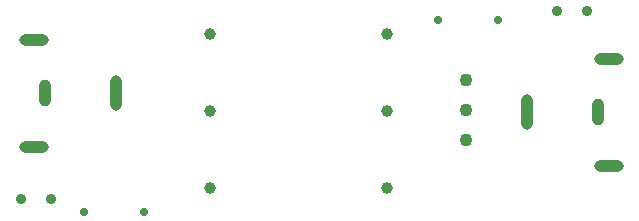
<source format=gbr>
%TF.GenerationSoftware,KiCad,Pcbnew,(7.0.0)*%
%TF.CreationDate,2024-12-23T20:55:29+00:00*%
%TF.ProjectId,5v Voltage Regulator,35762056-6f6c-4746-9167-652052656775,rev?*%
%TF.SameCoordinates,Original*%
%TF.FileFunction,Plated,1,2,PTH,Mixed*%
%TF.FilePolarity,Positive*%
%FSLAX46Y46*%
G04 Gerber Fmt 4.6, Leading zero omitted, Abs format (unit mm)*
G04 Created by KiCad (PCBNEW (7.0.0)) date 2024-12-23 20:55:29*
%MOMM*%
%LPD*%
G01*
G04 APERTURE LIST*
%TA.AperFunction,ComponentDrill*%
%ADD10C,0.700000*%
%TD*%
%TA.AperFunction,ComponentDrill*%
%ADD11C,0.900000*%
%TD*%
G04 aperture for slot hole*
%TA.AperFunction,ComponentDrill*%
%ADD12O,2.500000X1.000000*%
%TD*%
G04 aperture for slot hole*
%TA.AperFunction,ComponentDrill*%
%ADD13O,1.000000X2.300000*%
%TD*%
G04 aperture for slot hole*
%TA.AperFunction,ComponentDrill*%
%ADD14O,1.000000X3.000000*%
%TD*%
%TA.AperFunction,ComponentDrill*%
%ADD15C,1.000000*%
%TD*%
%TA.AperFunction,ComponentDrill*%
%ADD16C,1.100000*%
%TD*%
G04 APERTURE END LIST*
D10*
%TO.C,R1*%
X180160000Y-114600000D03*
X185240000Y-114600000D03*
%TO.C,R2*%
X210110000Y-98400000D03*
X215190000Y-98400000D03*
D11*
%TO.C,D1*%
X174800000Y-113500000D03*
X177340000Y-113500000D03*
%TO.C,D2*%
X220185000Y-97600000D03*
X222725000Y-97600000D03*
D12*
%TO.C,J1*%
X175899999Y-100099999D03*
X175899999Y-109099999D03*
D13*
X176899999Y-104599999D03*
D14*
X182899999Y-104599999D03*
D15*
%TO.C,C1*%
X190800000Y-99542500D03*
%TO.C,C2*%
X190800000Y-106077500D03*
%TO.C,C3*%
X190800000Y-112612500D03*
%TO.C,C1*%
X205800000Y-99542500D03*
%TO.C,C2*%
X205800000Y-106077500D03*
%TO.C,C3*%
X205800000Y-112612500D03*
D14*
%TO.C,J2*%
X217649999Y-106199999D03*
D13*
X223649999Y-106199999D03*
D12*
X224649999Y-101699999D03*
X224649999Y-110699999D03*
D16*
%TO.C,U1*%
X212545000Y-103460000D03*
X212545000Y-106000000D03*
X212545000Y-108540000D03*
M02*

</source>
